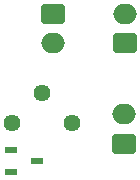
<source format=gbr>
%TF.GenerationSoftware,KiCad,Pcbnew,9.0.0*%
%TF.CreationDate,2025-03-22T17:47:38+01:00*%
%TF.ProjectId,FanControles,46616e43-6f6e-4747-926f-6c65732e6b69,rev?*%
%TF.SameCoordinates,Original*%
%TF.FileFunction,Soldermask,Top*%
%TF.FilePolarity,Negative*%
%FSLAX46Y46*%
G04 Gerber Fmt 4.6, Leading zero omitted, Abs format (unit mm)*
G04 Created by KiCad (PCBNEW 9.0.0) date 2025-03-22 17:47:38*
%MOMM*%
%LPD*%
G01*
G04 APERTURE LIST*
G04 Aperture macros list*
%AMRoundRect*
0 Rectangle with rounded corners*
0 $1 Rounding radius*
0 $2 $3 $4 $5 $6 $7 $8 $9 X,Y pos of 4 corners*
0 Add a 4 corners polygon primitive as box body*
4,1,4,$2,$3,$4,$5,$6,$7,$8,$9,$2,$3,0*
0 Add four circle primitives for the rounded corners*
1,1,$1+$1,$2,$3*
1,1,$1+$1,$4,$5*
1,1,$1+$1,$6,$7*
1,1,$1+$1,$8,$9*
0 Add four rect primitives between the rounded corners*
20,1,$1+$1,$2,$3,$4,$5,0*
20,1,$1+$1,$4,$5,$6,$7,0*
20,1,$1+$1,$6,$7,$8,$9,0*
20,1,$1+$1,$8,$9,$2,$3,0*%
G04 Aperture macros list end*
%ADD10RoundRect,0.250000X0.750000X-0.600000X0.750000X0.600000X-0.750000X0.600000X-0.750000X-0.600000X0*%
%ADD11O,2.000000X1.700000*%
%ADD12R,1.050000X0.600000*%
%ADD13RoundRect,0.250000X-0.750000X0.600000X-0.750000X-0.600000X0.750000X-0.600000X0.750000X0.600000X0*%
%ADD14C,1.440000*%
G04 APERTURE END LIST*
D10*
%TO.C,P1*%
X151000000Y-91000000D03*
D11*
X151000000Y-88500000D03*
%TD*%
D10*
%TO.C,P3*%
X151050000Y-82500000D03*
D11*
X151050000Y-80000000D03*
%TD*%
D12*
%TO.C,Q1*%
X141462500Y-91500000D03*
X141462500Y-93400000D03*
X143662500Y-92450000D03*
%TD*%
D13*
%TO.C,P2*%
X145000000Y-80000000D03*
D11*
X145000000Y-82500000D03*
%TD*%
D14*
%TO.C,RV1*%
X141500000Y-89225000D03*
X144040000Y-86685000D03*
X146580000Y-89225000D03*
%TD*%
M02*

</source>
